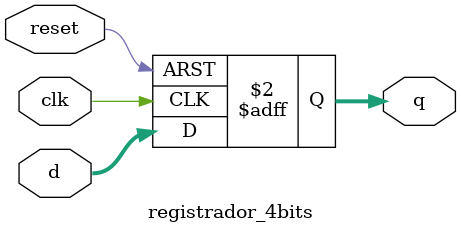
<source format=v>

module registrador_4bits(

   input [3:0]d, //Entrada de dados de 4 bits que será armazenada no registrador.
   input reset, //Quando está em nível alto (1), o registrador é resetado para 4'b0000.
   input clk, 
   output reg [3:0]q // A saída de 4 bits, que armazena o valor atual do registrador.
 
  );
  // Register file storage
  //reg [3:0] registers;
  
  always @(posedge clk or posedge reset) begin
	  
	  if (reset)
		  //registers = 4'b0000;
		  q = 4'b0000;
	else 
		q =d ;
		    end
endmodule
 
</source>
